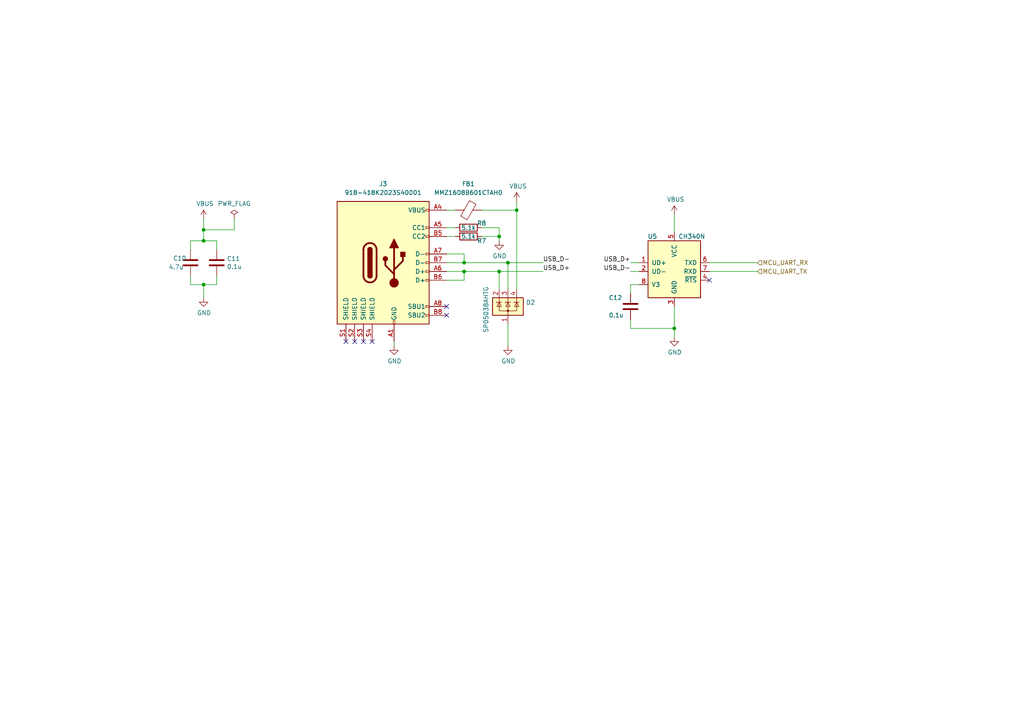
<source format=kicad_sch>
(kicad_sch (version 20211123) (generator eeschema)
  (paper "A4")
  (lib_symbols
    (symbol "Device:C" (pin_numbers hide) (pin_names (offset 0.254))
      (property "Reference" "C" (at 0.635 2.54 0))
      (property "Value" "C" (at 0.635 -2.54 0))
      (symbol "C_0_1"
        (polyline (pts (xy -2.032 -0.762) (xy 2.032 -0.762)) (stroke (width 0.508)))
        (polyline (pts (xy -2.032 0.762) (xy 2.032 0.762)) (stroke (width 0.508)))
      )
      (symbol "C_1_1"
        (pin passive line (at 0 3.81 270) (length 2.794) (name "~") (number "1"))
        (pin passive line (at 0 -3.81 90) (length 2.794) (name "~") (number "2"))
      )
    )
    (symbol "Device:FerriteBead" (pin_numbers hide) (pin_names (offset 0))
      (property "Reference" "FB" (at -3.81 0.635 90))
      (property "Value" "FerriteBead" (at 3.81 0 90))
      (symbol "FerriteBead_0_1"
        (polyline (pts (xy 0 -1.27) (xy 0 -1.2192)))
        (polyline (pts (xy 0 1.27) (xy 0 1.2954)))
        (polyline (pts (xy -2.7686 0.4064) (xy -1.7018 2.2606) (xy 2.7686 -0.3048) (xy 1.6764 -2.159) (xy -2.7686 0.4064)))
      )
      (symbol "FerriteBead_1_1"
        (pin passive line (at 0 3.81 270) (length 2.54) (name "~") (number "1"))
        (pin passive line (at 0 -3.81 90) (length 2.54) (name "~") (number "2"))
      )
    )
    (symbol "Device:R" (pin_numbers hide) (pin_names (offset 0))
      (property "Reference" "R" (at 2.032 0 90))
      (property "Value" "R" (at 0 0 90))
      (symbol "R_0_1"
        (rectangle (start -1.016 -2.54) (end 1.016 2.54) (stroke (width 0.254)))
      )
      (symbol "R_1_1"
        (pin passive line (at 0 3.81 270) (length 1.27) (name "~") (number "1"))
        (pin passive line (at 0 -3.81 90) (length 1.27) (name "~") (number "2"))
      )
    )
    (symbol "Power_Protection:SP0503BAHT" (pin_names hide)
      (property "Reference" "D" (at 5.715 2.54 0))
      (property "Value" "SP0503BAHT" (at 5.715 0.635 0))
      (symbol "SP0503BAHT_0_0"
        (pin passive line (at 0 -5.08 90) (length 2.54) (name "A") (number "1"))
      )
      (symbol "SP0503BAHT_0_1"
        (rectangle (start -4.445 2.54) (end 4.445 -2.54) (stroke (width 0.254)) (fill (type background)))
        (circle (center 0 -1.27) (radius 0.254) (fill (type outline)))
        (polyline (pts (xy -2.54 2.54) (xy -2.54 1.27)))
        (polyline (pts (xy 0 -1.27) (xy 0 -2.54)))
        (polyline (pts (xy 0 -1.27) (xy 0 1.27)))
        (polyline (pts (xy 0 2.54) (xy 0 1.27)))
        (polyline (pts (xy 0.635 1.27) (xy 0.762 1.27)))
        (polyline (pts (xy 2.54 2.54) (xy 2.54 1.27)))
        (polyline (pts (xy 0.635 1.27) (xy -0.762 1.27) (xy -0.762 1.016)))
        (polyline (pts (xy -3.302 1.016) (xy -3.302 1.27) (xy -1.905 1.27) (xy -1.778 1.27)))
        (polyline (pts (xy -2.54 1.27) (xy -2.54 -1.27) (xy 2.54 -1.27) (xy 2.54 1.27)))
        (polyline (pts (xy -2.54 1.27) (xy -1.905 0) (xy -3.175 0) (xy -2.54 1.27)))
        (polyline (pts (xy 0.635 0) (xy -0.635 0) (xy 0 1.27) (xy 0.635 0)))
        (polyline (pts (xy 1.778 1.016) (xy 1.778 1.27) (xy 3.175 1.27) (xy 3.302 1.27)))
        (polyline (pts (xy 2.54 1.27) (xy 1.905 0) (xy 3.175 0) (xy 2.54 1.27)))
      )
      (symbol "SP0503BAHT_1_1"
        (pin passive line (at -2.54 5.08 270) (length 2.54) (name "K") (number "2"))
        (pin passive line (at 0 5.08 270) (length 2.54) (name "K") (number "3"))
        (pin passive line (at 2.54 5.08 270) (length 2.54) (name "K") (number "4"))
      )
    )
    (symbol "power:GND" (power) (pin_names (offset 0))
      (property "Value" "GND" (at 0 -3.81 0))
      (symbol "GND_0_1"
        (polyline (pts (xy 0 0) (xy 0 -1.27) (xy 1.27 -1.27) (xy 0 -2.54) (xy -1.27 -1.27) (xy 0 -1.27)))
      )
      (symbol "GND_1_1"
        (pin power_in line (at 0 0 270) (length 0) hide (name "GND") (number "1"))
      )
    )
    (symbol "power:PWR_FLAG" (power) (pin_numbers hide) (pin_names (offset 0) hide)
      (property "Value" "PWR_FLAG" (at 0 3.81 0))
      (symbol "PWR_FLAG_0_0"
        (pin power_out line (at 0 0 90) (length 0) (name "pwr") (number "1"))
      )
      (symbol "PWR_FLAG_0_1"
        (polyline (pts (xy 0 0) (xy 0 1.27) (xy -1.016 1.905) (xy 0 2.54) (xy 1.016 1.905) (xy 0 1.27)))
      )
    )
    (symbol "power:VBUS" (power) (pin_names (offset 0))
      (property "Value" "VBUS" (at 0 3.81 0))
      (symbol "VBUS_0_1"
        (polyline (pts (xy -0.762 1.27) (xy 0 2.54)))
        (polyline (pts (xy 0 0) (xy 0 2.54)))
        (polyline (pts (xy 0 2.54) (xy 0.762 1.27)))
      )
      (symbol "VBUS_1_1"
        (pin power_in line (at 0 0 90) (length 0) hide (name "VBUS") (number "1"))
      )
    )
    (symbol "ultramote:CH340N" (pin_names (offset 1.016))
      (property "Reference" "U" (at 5.08 13.97 0))
      (property "Value" "CH340N" (at 7.62 -5.08 0))
      (symbol "CH340N_1_1"
        (rectangle (start -7.62 12.7) (end 7.62 -3.81) (stroke (width 0.254)) (fill (type background)))
        (pin bidirectional line (at -10.16 6.35 0) (length 2.54) (name "UD+") (number "1"))
        (pin bidirectional line (at -10.16 3.81 0) (length 2.54) (name "UD-") (number "2"))
        (pin power_in line (at 0 -6.35 90) (length 2.54) (name "GND") (number "3"))
        (pin output line (at 10.16 1.27 180) (length 2.54) (name "~{RTS}") (number "4"))
        (pin power_in line (at 0 15.24 270) (length 2.54) (name "VCC") (number "5"))
        (pin output line (at 10.16 6.35 180) (length 2.54) (name "TXD") (number "6"))
        (pin input line (at 10.16 3.81 180) (length 2.54) (name "RXD") (number "7"))
        (pin passive line (at -10.16 0 0) (length 2.54) (name "V3") (number "8"))
      )
    )
    (symbol "ultramote:USB_C_Receptacle_USB2.0" (pin_names (offset 1.016))
      (property "Reference" "J" (at -10.16 19.05 0))
      (property "Value" "USB_C_Receptacle_USB2.0" (at 19.05 19.05 0))
      (symbol "USB_C_Receptacle_USB2.0_0_0"
        (rectangle (start -0.254 -17.78) (end 0.254 -16.764))
        (rectangle (start 10.16 -14.986) (end 9.144 -15.494))
        (rectangle (start 10.16 -12.446) (end 9.144 -12.954))
        (rectangle (start 10.16 -4.826) (end 9.144 -5.334))
        (rectangle (start 10.16 -2.286) (end 9.144 -2.794))
        (rectangle (start 10.16 0.254) (end 9.144 -0.254))
        (rectangle (start 10.16 2.794) (end 9.144 2.286))
        (rectangle (start 10.16 7.874) (end 9.144 7.366))
        (rectangle (start 10.16 10.414) (end 9.144 9.906))
        (rectangle (start 10.16 15.494) (end 9.144 14.986))
      )
      (symbol "USB_C_Receptacle_USB2.0_0_1"
        (rectangle (start -16.51 17.78) (end 10.16 -17.78) (stroke (width 0.254)) (fill (type background)))
        (arc (start -8.89 -3.81) (mid -6.985 -5.715) (end -5.08 -3.81) (stroke (width 0.508)))
        (arc (start -7.62 -3.81) (mid -6.985 -4.445) (end -6.35 -3.81) (stroke (width 0.254)))
        (arc (start -7.62 -3.81) (mid -6.985 -4.445) (end -6.35 -3.81) (stroke (width 0.254)) (fill (type outline)))
        (rectangle (start -7.62 -3.81) (end -6.35 3.81) (stroke (width 0.254)) (fill (type outline)))
        (arc (start -6.35 3.81) (mid -6.985 4.445) (end -7.62 3.81) (stroke (width 0.254)))
        (arc (start -6.35 3.81) (mid -6.985 4.445) (end -7.62 3.81) (stroke (width 0.254)) (fill (type outline)))
        (arc (start -5.08 3.81) (mid -6.985 5.715) (end -8.89 3.81) (stroke (width 0.508)))
        (circle (center -2.54 1.143) (radius 0.635) (stroke (width 0.254)) (fill (type outline)))
        (circle (center 0 -5.842) (radius 1.27) (fill (type outline)))
        (polyline (pts (xy -8.89 -3.81) (xy -8.89 3.81)) (stroke (width 0.508)))
        (polyline (pts (xy -5.08 3.81) (xy -5.08 -3.81)) (stroke (width 0.508)))
        (polyline (pts (xy 0 -5.842) (xy 0 4.318)) (stroke (width 0.508)))
        (polyline (pts (xy 0 -3.302) (xy -2.54 -0.762) (xy -2.54 0.508)) (stroke (width 0.508)))
        (polyline (pts (xy 0 -2.032) (xy 2.54 0.508) (xy 2.54 1.778)) (stroke (width 0.508)))
        (polyline (pts (xy -1.27 4.318) (xy 0 6.858) (xy 1.27 4.318) (xy -1.27 4.318)) (stroke (width 0.254)) (fill (type outline)))
        (rectangle (start 1.905 1.778) (end 3.175 3.048) (stroke (width 0.254)) (fill (type outline)))
      )
      (symbol "USB_C_Receptacle_USB2.0_1_1"
        (pin passive line (at 0 -22.86 90) (length 5.08) (name "GND") (number "A1"))
        (pin passive line (at 0 -22.86 90) (length 5.08) hide (name "GND") (number "A12"))
        (pin passive line (at 15.24 15.24 180) (length 5.08) (name "VBUS") (number "A4"))
        (pin bidirectional line (at 15.24 10.16 180) (length 5.08) (name "CC1") (number "A5"))
        (pin bidirectional line (at 15.24 -2.54 180) (length 5.08) (name "D+") (number "A6"))
        (pin bidirectional line (at 15.24 2.54 180) (length 5.08) (name "D-") (number "A7"))
        (pin bidirectional line (at 15.24 -12.7 180) (length 5.08) (name "SBU1") (number "A8"))
        (pin passive line (at 15.24 15.24 180) (length 5.08) hide (name "VBUS") (number "A9"))
        (pin passive line (at 0 -22.86 90) (length 5.08) hide (name "GND") (number "B1"))
        (pin passive line (at 0 -22.86 90) (length 5.08) hide (name "GND") (number "B12"))
        (pin passive line (at 15.24 15.24 180) (length 5.08) hide (name "VBUS") (number "B4"))
        (pin bidirectional line (at 15.24 7.62 180) (length 5.08) (name "CC2") (number "B5"))
        (pin bidirectional line (at 15.24 -5.08 180) (length 5.08) (name "D+") (number "B6"))
        (pin bidirectional line (at 15.24 0 180) (length 5.08) (name "D-") (number "B7"))
        (pin bidirectional line (at 15.24 -15.24 180) (length 5.08) (name "SBU2") (number "B8"))
        (pin passive line (at 15.24 15.24 180) (length 5.08) hide (name "VBUS") (number "B9"))
        (pin passive line (at -13.97 -22.86 90) (length 5.08) (name "SHIELD") (number "S1"))
        (pin passive line (at -11.43 -22.86 90) (length 5.08) (name "SHIELD") (number "S2"))
        (pin passive line (at -8.89 -22.86 90) (length 5.08) (name "SHIELD") (number "S3"))
        (pin passive line (at -6.35 -22.86 90) (length 5.08) (name "SHIELD") (number "S4"))
      )
    )
  )
  (junction (at 134.62 78.74))
  (junction (at 59.055 69.85))
  (junction (at 147.32 76.2))
  (junction (at 144.78 68.58))
  (junction (at 144.78 78.74))
  (junction (at 134.62 76.2))
  (junction (at 195.58 95.25))
  (junction (at 59.055 66.675))
  (junction (at 149.86 60.96))
  (junction (at 59.055 82.55))
  (no_connect (at 129.54 91.44))
  (no_connect (at 129.54 88.9))
  (no_connect (at 105.41 99.06))
  (no_connect (at 102.87 99.06))
  (no_connect (at 100.33 99.06))
  (no_connect (at 107.95 99.06))
  (no_connect (at 205.74 81.28))
  (wire (pts (xy 55.245 82.55) (xy 59.055 82.55)))
  (wire (pts (xy 129.54 68.58) (xy 132.08 68.58)))
  (wire (pts (xy 182.88 92.71) (xy 182.88 95.25)))
  (wire (pts (xy 139.7 66.04) (xy 144.78 66.04)))
  (wire (pts (xy 195.58 88.9) (xy 195.58 95.25)))
  (wire (pts (xy 129.54 81.28) (xy 134.62 81.28)))
  (wire (pts (xy 144.78 78.74) (xy 157.48 78.74)))
  (wire (pts (xy 114.3 100.33) (xy 114.3 99.06)))
  (wire (pts (xy 147.32 76.2) (xy 157.48 76.2)))
  (wire (pts (xy 134.62 78.74) (xy 144.78 78.74)))
  (wire (pts (xy 205.74 76.2) (xy 219.71 76.2)))
  (wire (pts (xy 139.7 60.96) (xy 149.86 60.96)))
  (wire (pts (xy 129.54 60.96) (xy 132.08 60.96)))
  (wire (pts (xy 129.54 76.2) (xy 134.62 76.2)))
  (wire (pts (xy 55.245 72.39) (xy 55.245 69.85)))
  (wire (pts (xy 59.055 86.36) (xy 59.055 82.55)))
  (wire (pts (xy 149.86 58.42) (xy 149.86 60.96)))
  (wire (pts (xy 59.055 63.5) (xy 59.055 66.675)))
  (wire (pts (xy 62.865 69.85) (xy 62.865 72.39)))
  (wire (pts (xy 55.245 69.85) (xy 59.055 69.85)))
  (wire (pts (xy 144.78 83.82) (xy 144.78 78.74)))
  (wire (pts (xy 182.88 82.55) (xy 182.88 85.09)))
  (wire (pts (xy 147.32 93.98) (xy 147.32 100.33)))
  (wire (pts (xy 205.74 78.74) (xy 219.71 78.74)))
  (wire (pts (xy 59.055 66.675) (xy 59.055 69.85)))
  (wire (pts (xy 67.945 66.675) (xy 59.055 66.675)))
  (wire (pts (xy 185.42 82.55) (xy 182.88 82.55)))
  (wire (pts (xy 144.78 68.58) (xy 144.78 69.85)))
  (wire (pts (xy 129.54 66.04) (xy 132.08 66.04)))
  (wire (pts (xy 55.245 80.01) (xy 55.245 82.55)))
  (wire (pts (xy 134.62 73.66) (xy 134.62 76.2)))
  (wire (pts (xy 67.945 63.5) (xy 67.945 66.675)))
  (wire (pts (xy 182.88 78.74) (xy 185.42 78.74)))
  (wire (pts (xy 182.88 95.25) (xy 195.58 95.25)))
  (wire (pts (xy 129.54 78.74) (xy 134.62 78.74)))
  (wire (pts (xy 149.86 60.96) (xy 149.86 83.82)))
  (wire (pts (xy 59.055 69.85) (xy 62.865 69.85)))
  (wire (pts (xy 195.58 95.25) (xy 195.58 97.79)))
  (wire (pts (xy 144.78 66.04) (xy 144.78 68.58)))
  (wire (pts (xy 195.58 62.23) (xy 195.58 67.31)))
  (wire (pts (xy 134.62 81.28) (xy 134.62 78.74)))
  (wire (pts (xy 134.62 76.2) (xy 147.32 76.2)))
  (wire (pts (xy 182.88 76.2) (xy 185.42 76.2)))
  (wire (pts (xy 139.7 68.58) (xy 144.78 68.58)))
  (wire (pts (xy 129.54 73.66) (xy 134.62 73.66)))
  (wire (pts (xy 59.055 82.55) (xy 62.865 82.55)))
  (wire (pts (xy 147.32 83.82) (xy 147.32 76.2)))
  (wire (pts (xy 62.865 82.55) (xy 62.865 80.01)))
  (label "USB_D-" (at 157.48 76.2 0))
  (label "USB_D+" (at 182.88 76.2 180))
  (label "USB_D-" (at 182.88 78.74 180))
  (label "USB_D+" (at 157.48 78.74 0))
  (hierarchical_label "MCU_UART_TX" (shape input) (at 219.71 78.74 0))
  (hierarchical_label "MCU_UART_RX" (shape input) (at 219.71 76.2 0))
  (symbol (lib_id "power:GND") (at 195.58 97.79 0) (unit 1)
    (property "Reference" "#PWR040" (effects hide))
    (property "Value" "GND" (at 195.707 102.1842 0))
  )
  (symbol (lib_id "Device:C") (at 62.865 76.2 0) (unit 1)
    (property "Reference" "C11" (at 65.786 75.0316 0) (effects (justify left)))
    (property "Value" "0.1u" (at 65.786 77.343 0) (effects (justify left)))
    (property "Footprint" "Capacitor_SMD:C_0603_1608Metric" (effects hide))
    (property "LCSC Part Number" "C570192" (effects hide))
    (property "Manufacturer Part Number" "CL10B104KB8SNNC" (effects hide))
  )
  (symbol (lib_id "power:VBUS") (at 59.055 63.5 0) (unit 1)
    (property "Reference" "#PWR033" (effects hide))
    (property "Value" "VBUS" (at 59.436 59.1058 0))
  )
  (symbol (lib_id "Power_Protection:SP0503BAHT") (at 147.32 88.9 0) (unit 1)
    (property "Reference" "D2" (at 152.527 87.7316 0) (effects (justify left)))
    (property "Value" "SP0503BAHTG" (at 140.97 96.52 90) (effects (justify left)))
    (property "Footprint" "Package_TO_SOT_SMD:SOT-143" (effects hide))
    (property "Datasheet" "http://www.littelfuse.com/~/media/files/littelfuse/technical%20resources/documents/data%20sheets/sp05xxba.pdf" (effects hide))
    (property "LCSC Part Number" "C2682275" (effects hide))
    (property "Manufacturer Part Number" "TPSP0503BAHTG" (effects hide))
  )
  (symbol (lib_id "power:VBUS") (at 149.86 58.42 0) (unit 1)
    (property "Reference" "#PWR038" (effects hide))
    (property "Value" "VBUS" (at 150.241 54.0258 0))
  )
  (symbol (lib_id "power:PWR_FLAG") (at 67.945 63.5 0) (unit 1)
    (property "Reference" "#FLG0102" (effects hide))
    (property "Value" "PWR_FLAG" (at 67.945 59.055 0))
  )
  (symbol (lib_id "ultramote:CH340N") (at 195.58 82.55 0) (unit 1)
    (property "Reference" "U5" (at 189.23 68.58 0))
    (property "Value" "CH340N" (at 200.66 68.58 0))
    (property "Footprint" "Package_SO:SOP-8_3.9x4.9mm_P1.27mm" (effects hide))
    (property "LCSC Part Number" " C2977777 " (effects hide))
    (property "Manufacturer Part Number" "CH340N" (effects hide))
  )
  (symbol (lib_id "Device:R") (at 135.89 66.04 90) (unit 1)
    (property "Reference" "R7" (at 139.7 69.85 90))
    (property "Value" "5.1k" (at 135.89 66.04 90))
    (property "Footprint" "Resistor_SMD:R_0603_1608Metric" (effects hide))
    (property "LCSC Part Number" "C23186" (effects hide))
    (property "Manufacturer Part Number" "0603WAF5101T5E" (effects hide))
  )
  (symbol (lib_id "power:GND") (at 147.32 100.33 0) (unit 1)
    (property "Reference" "#PWR037" (effects hide))
    (property "Value" "GND" (at 147.447 104.7242 0))
  )
  (symbol (lib_id "power:GND") (at 144.78 69.85 0) (unit 1)
    (property "Reference" "#PWR036" (effects hide))
    (property "Value" "GND" (at 144.907 74.2442 0))
  )
  (symbol (lib_id "power:GND") (at 114.3 100.33 0) (unit 1)
    (property "Reference" "#PWR035" (effects hide))
    (property "Value" "GND" (at 114.427 104.7242 0))
  )
  (symbol (lib_id "power:VBUS") (at 195.58 62.23 0) (unit 1)
    (property "Reference" "#PWR039" (effects hide))
    (property "Value" "VBUS" (at 195.961 57.8358 0))
  )
  (symbol (lib_id "power:GND") (at 59.055 86.36 0) (unit 1)
    (property "Reference" "#PWR034" (effects hide))
    (property "Value" "GND" (at 59.182 90.7542 0))
  )
  (symbol (lib_id "Device:C") (at 55.245 76.2 0) (unit 1)
    (property "Reference" "C10" (at 50.165 74.93 0) (effects (justify left)))
    (property "Value" "4.7u" (at 48.895 77.47 0) (effects (justify left)))
    (property "Footprint" "Capacitor_SMD:C_0603_1608Metric" (effects hide))
    (property "LCSC Part Number" "C913907" (effects hide))
    (property "Manufacturer Part Number" "CL10A475MA8NQNC" (effects hide))
  )
  (symbol (lib_id "Device:C") (at 182.88 88.9 0) (unit 1)
    (property "Reference" "C12" (at 176.53 86.36 0) (effects (justify left)))
    (property "Value" "0.1u" (at 176.53 91.44 0) (effects (justify left)))
    (property "Footprint" "Capacitor_SMD:C_0603_1608Metric" (effects hide))
    (property "LCSC Part Number" "C570192" (effects hide))
    (property "Manufacturer Part Number" "CL10B104KB8SNNC" (effects hide))
  )
  (symbol (lib_id "Device:FerriteBead") (at 135.89 60.96 90) (unit 1)
    (property "Reference" "FB1" (at 135.8392 53.34 90))
    (property "Value" "MMZ1608B601CTAH0" (at 135.8392 55.88 90))
    (property "Footprint" "Capacitor_SMD:C_0603_1608Metric" (effects hide))
    (property "LCSC Part Number" "C97120" (effects hide))
    (property "Manufacturer Part Number" "MMZ1608B601CTAH0" (effects hide))
  )
  (symbol (lib_id "Device:R") (at 135.89 68.58 270) (unit 1)
    (property "Reference" "R8" (at 139.7 64.77 90))
    (property "Value" "5.1k" (at 135.89 68.58 90))
    (property "Footprint" "Resistor_SMD:R_0603_1608Metric" (effects hide))
    (property "LCSC Part Number" "C23186" (effects hide))
    (property "Manufacturer Part Number" "0603WAF5101T5E" (effects hide))
  )
  (symbol (lib_id "ultramote:USB_C_Receptacle_USB2.0") (at 114.3 76.2 0) (unit 1)
    (property "Reference" "J3" (at 111.125 53.34 0))
    (property "Value" "918-418K2023S40001" (at 111.125 55.88 0))
    (property "Footprint" "ultramote:USB_C_Receptacle_XKB_U262-16XN-4BVC11" (effects hide))
    (property "Datasheet" "https://www.usb.org/sites/default/files/documents/usb_type-c.zip" (effects hide))
    (property "LCSC Part Number" "C167321" (effects hide))
    (property "Manufacturer Part Number" "918-418K2023S40001" (effects hide))
  )
)
</source>
